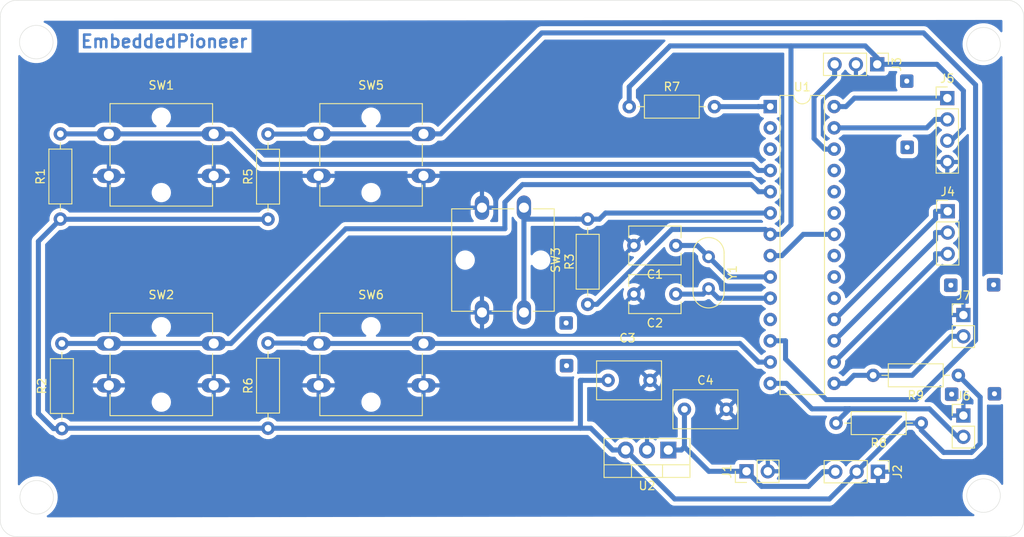
<source format=kicad_pcb>
(kicad_pcb (version 20240108) (generator "pcbnew") (generator_version "8.0")
  (title_block (title "Standing Desk") (date "2024-07-24") (rev "1.0") (company "EmbeddedPioneer"))
  (layers (0 "F.Cu" power) (31 "B.Cu" signal) (34 "B.Paste" user) (35 "F.Paste" user) (36 "B.SilkS" user "B.Silkscreen") (37 "F.SilkS" user "F.Silkscreen") (38 "B.Mask" user) (39 "F.Mask" user) (44 "Edge.Cuts" user))
  (net 0 "")
  (net 1 "GND")
  (net 2 "Net-(U1-XTAL1{slash}PB6)")
  (net 3 "Net-(U1-XTAL2{slash}PB7)")
  (net 4 "+5V")
  (net 5 "+12V")
  (net 6 "Net-(J3-Pin_3)")
  (net 7 "Net-(J4-Pin_3)")
  (net 8 "Net-(J4-Pin_1)")
  (net 9 "Net-(J4-Pin_2)")
  (net 10 "Net-(J5-Pin_2)")
  (net 11 "Net-(J5-Pin_1)")
  (net 12 "Net-(J6-Pin_2)")
  (net 13 "Net-(J7-Pin_2)")
  (net 14 "Net-(U1-PD2)")
  (net 15 "Net-(U1-PD3)")
  (net 16 "Net-(U1-PD4)")
  (net 17 "Net-(U1-PD5)")
  (net 18 "Net-(U1-PD6)")
  (net 19 "Net-(U1-PD7)")
  (net 20 "Net-(U1-~{RESET}{slash}PC6)")
  (net 23 "Net-(U1-GND-Pad22)")
  (footprint "Capacitor_THT:C_Disc_D6.0mm_W4.4mm_P5.00mm" (layer "F.Cu") (at 195.58 83.26 180)
    (property "Reference" "C2" (at 2.5 -3.45 180) (layer "F.SilkS"))
    (property "Value" "22pf")
    (fp_line (start 5.62 0.925) (end 5.62 2.321) (stroke (width 0.12)) (layer "F.SilkS"))
    (fp_line (start 5.62 -2.321) (end 5.62 -0.925) (stroke (width 0.12)) (layer "F.SilkS"))
    (fp_line (start -0.62 2.321) (end 5.62 2.321) (stroke (width 0.12)) (layer "F.SilkS"))
    (fp_line (start -0.62 0.925) (end -0.62 2.321) (stroke (width 0.12)) (layer "F.SilkS"))
    (fp_line (start -0.62 -2.321) (end 5.62 -2.321) (stroke (width 0.12)) (layer "F.SilkS"))
    (fp_line (start -0.62 -2.321) (end -0.62 -0.925) (stroke (width 0.12)) (layer "F.SilkS"))
    (pad "1" thru_hole circle (at 0 0 180) (size 1.6 1.6) (drill 0.8) (layers "*.Cu" "*.Mask") (net 3 "Net-(U1-XTAL2{slash}PB7)"))
    (pad "2" thru_hole circle (at 5 0 180) (size 1.6 1.6) (drill 0.8) (layers "*.Cu" "*.Mask") (net 1 "GND"))
  )
  (footprint "Package_TO_SOT_THT:TO-220-3_Vertical" (layer "F.Cu") (at 194.68 101.86 180)
    (property "Reference" "U2" (at 2.54 -4.27 180) (layer "F.SilkS"))
    (property "Value" "LM7805_TO220")
    (fp_line (start 7.66 -3.27) (end 7.66 1.371) (stroke (width 0.12)) (layer "F.SilkS"))
    (fp_line (start 4.391 -3.27) (end 4.391 -1.76) (stroke (width 0.12)) (layer "F.SilkS"))
    (fp_line (start 0.69 -3.27) (end 0.69 -1.76) (stroke (width 0.12)) (layer "F.SilkS"))
    (fp_line (start -2.58 1.371) (end 7.66 1.371) (stroke (width 0.12)) (layer "F.SilkS"))
    (fp_line (start -2.58 -1.76) (end 7.66 -1.76) (stroke (width 0.12)) (layer "F.SilkS"))
    (fp_line (start -2.58 -3.27) (end 7.66 -3.27) (stroke (width 0.12)) (layer "F.SilkS"))
    (fp_line (start -2.58 -3.27) (end -2.58 1.371) (stroke (width 0.12)) (layer "F.SilkS"))
    (pad "1" thru_hole rect (at 0 0 180) (size 1.905 2) (drill 1.1) (layers "*.Cu" "*.Mask") (net 5 "+12V"))
    (pad "2" thru_hole oval (at 2.54 0 180) (size 1.905 2) (drill 1.1) (layers "*.Cu" "*.Mask") (net 1 "GND"))
    (pad "3" thru_hole oval (at 5.08 0 180) (size 1.905 2) (drill 1.1) (layers "*.Cu" "*.Mask") (net 4 "+5V"))
  )
  (footprint "Resistor_THT:R_Axial_DIN0207_L6.3mm_D2.5mm_P10.16mm_Horizontal" (layer "F.Cu") (at 122.22 74.31 90)
    (property "Reference" "R1" (at 5.08 -2.37 -90) (layer "F.SilkS"))
    (property "Value" "10K")
    (fp_line (start 8.35 -1.37) (end 1.81 -1.37) (stroke (width 0.12)) (layer "F.SilkS"))
    (fp_line (start 1.81 -1.37) (end 1.81 1.37) (stroke (width 0.12)) (layer "F.SilkS"))
    (fp_line (start 9.12 0) (end 8.35 0) (stroke (width 0.12)) (layer "F.SilkS"))
    (fp_line (start 1.04 0) (end 1.81 0) (stroke (width 0.12)) (layer "F.SilkS"))
    (fp_line (start 8.35 1.37) (end 8.35 -1.37) (stroke (width 0.12)) (layer "F.SilkS"))
    (fp_line (start 1.81 1.37) (end 8.35 1.37) (stroke (width 0.12)) (layer "F.SilkS"))
    (pad "1" thru_hole circle (at 0 0 90) (size 1.6 1.6) (drill 0.8) (layers "*.Cu" "*.Mask") (net 4 "+5V"))
    (pad "2" thru_hole oval (at 10.16 0 90) (size 1.6 1.6) (drill 0.8) (layers "*.Cu" "*.Mask") (net 14 "Net-(U1-PD2)"))
  )
  (footprint "Capacitor_THT:C_Disc_D7.5mm_W4.4mm_P5.00mm" (layer "F.Cu") (at 187.5 93.55)
    (property "Reference" "C3" (at 2.31 -5.04 0) (layer "F.SilkS"))
    (property "Value" "220nf")
    (fp_line (start -1.37 -2.321) (end -1.37 2.321) (stroke (width 0.12)) (layer "F.SilkS"))
    (fp_line (start -1.37 -2.321) (end 6.37 -2.321) (stroke (width 0.12)) (layer "F.SilkS"))
    (fp_line (start -1.37 2.321) (end 6.37 2.321) (stroke (width 0.12)) (layer "F.SilkS"))
    (fp_line (start 6.37 -2.321) (end 6.37 2.321) (stroke (width 0.12)) (layer "F.SilkS"))
    (pad "1" thru_hole circle (at 0 0) (size 1.6 1.6) (drill 0.8) (layers "*.Cu" "*.Mask") (net 4 "+5V"))
    (pad "2" thru_hole circle (at 5 0) (size 1.6 1.6) (drill 0.8) (layers "*.Cu" "*.Mask") (net 1 "GND"))
  )
  (footprint "Resistor_THT:R_Axial_DIN0207_L6.3mm_D2.5mm_P10.16mm_Horizontal" (layer "F.Cu") (at 229.25 92.95 180)
    (property "Reference" "R9" (at 5.08 -2.37 180) (layer "F.SilkS"))
    (property "Value" "10K")
    (fp_line (start 9.12 0) (end 8.35 0) (stroke (width 0.12)) (layer "F.SilkS"))
    (fp_line (start 8.35 1.37) (end 8.35 -1.37) (stroke (width 0.12)) (layer "F.SilkS"))
    (fp_line (start 8.35 -1.37) (end 1.81 -1.37) (stroke (width 0.12)) (layer "F.SilkS"))
    (fp_line (start 1.81 1.37) (end 8.35 1.37) (stroke (width 0.12)) (layer "F.SilkS"))
    (fp_line (start 1.81 -1.37) (end 1.81 1.37) (stroke (width 0.12)) (layer "F.SilkS"))
    (fp_line (start 1.04 0) (end 1.81 0) (stroke (width 0.12)) (layer "F.SilkS"))
    (pad "1" thru_hole circle (at 0 0 180) (size 1.6 1.6) (drill 0.8) (layers "*.Cu" "*.Mask") (net 4 "+5V"))
    (pad "2" thru_hole oval (at 10.16 0 180) (size 1.6 1.6) (drill 0.8) (layers "*.Cu" "*.Mask") (net 13 "Net-(J7-Pin_2)"))
  )
  (footprint "Button_Switch_THT:SW_SPST_Omron_B3F-40xx" (layer "F.Cu") (at 177.47 72.95 -90)
    (property "Reference" "SW3" (at 6.25 -3.78 90) (layer "F.SilkS"))
    (property "Value" "SAVE")
    (fp_line (start 12.36 8.61) (end 0.14 8.61) (stroke (width 0.12)) (layer "F.SilkS"))
    (fp_line (start 0.14 6.1) (end 0.14 8.61) (stroke (width 0.12)) (layer "F.SilkS"))
    (fp_line (start 12.36 6.1) (end 12.36 8.61) (stroke (width 0.12)) (layer "F.SilkS"))
    (fp_line (start 0.14 1.2) (end 0.14 3.8) (stroke (width 0.12)) (layer "F.SilkS"))
    (fp_line (start 12.36 1.2) (end 12.36 3.8) (stroke (width 0.12)) (layer "F.SilkS"))
    (fp_line (start 0.14 -3.61) (end 0.14 -1.1) (stroke (width 0.12)) (layer "F.SilkS"))
    (fp_line (start 0.14 -3.61) (end 12.36 -3.61) (stroke (width 0.12)) (layer "F.SilkS"))
    (fp_line (start 12.36 -3.61) (end 12.36 -1.1) (stroke (width 0.12)) (layer "F.SilkS"))
    (pad "" np_thru_hole circle (at 6.25 -2 270) (size 1.8 1.8) (drill 1.8) (layers "F&B.Cu" "*.Mask"))
    (pad "" np_thru_hole circle (at 6.25 7 270) (size 1.8 1.8) (drill 1.8) (layers "F&B.Cu" "*.Mask"))
    (pad "1" thru_hole oval (at 0 0 270) (size 2.9 1.7) (drill 1.2) (layers "*.Cu" "*.Mask") (net 16 "Net-(U1-PD4)"))
    (pad "1" thru_hole oval (at 12.5 0 270) (size 2.9 1.7) (drill 1.2) (layers "*.Cu" "*.Mask") (net 16 "Net-(U1-PD4)"))
    (pad "2" thru_hole oval (at 0 5 270) (size 2.9 1.7) (drill 1.2) (layers "*.Cu" "*.Mask") (net 1 "GND"))
    (pad "2" thru_hole oval (at 12.5 5 270) (size 2.9 1.7) (drill 1.2) (layers "*.Cu" "*.Mask") (net 1 "GND"))
  )
  (footprint "Package_DIP:DIP-28_W7.62mm" (layer "F.Cu") (at 206.83 60.89)
    (property "Reference" "U1" (at 3.81 -2.33 0) (layer "F.SilkS"))
    (property "Value" "ATmega328P")
    (fp_line (start 1.16 -1.33) (end 1.16 34.35) (stroke (width 0.12)) (layer "F.SilkS"))
    (fp_line (start 1.16 34.35) (end 6.46 34.35) (stroke (width 0.12)) (layer "F.SilkS"))
    (fp_line (start 2.81 -1.33) (end 1.16 -1.33) (stroke (width 0.12)) (layer "F.SilkS"))
    (fp_line (start 6.46 -1.33) (end 4.81 -1.33) (stroke (width 0.12)) (layer "F.SilkS"))
    (fp_line (start 6.46 34.35) (end 6.46 -1.33) (stroke (width 0.12)) (layer "F.SilkS"))
    (fp_arc (start 4.81 -1.33) (mid 3.81 -0.33) (end 2.81 -1.33) (stroke (width 0.12)) (layer "F.SilkS"))
    (pad "1" thru_hole rect (at 0 0) (size 1.6 1.6) (drill 0.8) (layers "*.Cu" "*.Mask") (net 20 "Net-(U1-~{RESET}{slash}PC6)"))
    (pad "2" thru_hole oval (at 0 2.54) (size 1.6 1.6) (drill 0.8) (layers "*.Cu" "*.Mask"))
    (pad "3" thru_hole oval (at 0 5.08) (size 1.6 1.6) (drill 0.8) (layers "*.Cu" "*.Mask"))
    (pad "4" thru_hole oval (at 0 7.62) (size 1.6 1.6) (drill 0.8) (layers "*.Cu" "*.Mask") (net 14 "Net-(U1-PD2)"))
    (pad "5" thru_hole oval (at 0 10.16) (size 1.6 1.6) (drill 0.8) (layers "*.Cu" "*.Mask") (net 15 "Net-(U1-PD3)"))
    (pad "6" thru_hole oval (at 0 12.7) (size 1.6 1.6) (drill 0.8) (layers "*.Cu" "*.Mask") (net 16 "Net-(U1-PD4)"))
    (pad "7" thru_hole oval (at 0 15.24) (size 1.6 1.6) (drill 0.8) (layers "*.Cu" "*.Mask") (net 4 "+5V"))
    (pad "8" thru_hole oval (at 0 17.78) (size 1.6 1.6) (drill 0.8) (layers "*.Cu" "*.Mask") (net 23 "Net-(U1-GND-Pad22)"))
    (pad "9" thru_hole oval (at 0 20.32) (size 1.6 1.6) (drill 0.8) (layers "*.Cu" "*.Mask") (net 2 "Net-(U1-XTAL1{slash}PB6)"))
    (pad "10" thru_hole oval (at 0 22.86) (size 1.6 1.6) (drill 0.8) (layers "*.Cu" "*.Mask") (net 3 "Net-(U1-XTAL2{slash}PB7)"))
    (pad "11" thru_hole oval (at 0 25.4) (size 1.6 1.6) (drill 0.8) (layers "*.Cu" "*.Mask") (net 17 "Net-(U1-PD5)"))
    (pad "12" thru_hole oval (at 0 27.94) (size 1.6 1.6) (drill 0.8) (layers "*.Cu" "*.Mask") (net 18 "Net-(U1-PD6)"))
    (pad "13" thru_hole oval (at 0 30.48) (size 1.6 1.6) (drill 0.8) (layers "*.Cu" "*.Mask") (net 19 "Net-(U1-PD7)"))
    (pad "14" thru_hole oval (at 0 33.02) (size 1.6 1.6) (drill 0.8) (layers "*.Cu" "*.Mask") (net 12 "Net-(J6-Pin_2)"))
    (pad "15" thru_hole oval (at 7.62 33.02) (size 1.6 1.6) (drill 0.8) (layers "*.Cu" "*.Mask") (net 13 "Net-(J7-Pin_2)"))
    (pad "16" thru_hole oval (at 7.62 30.48) (size 1.6 1.6) (drill 0.8) (layers "*.Cu" "*.Mask") (net 7 "Net-(J4-Pin_3)"))
    (pad "17" thru_hole oval (at 7.62 27.94) (size 1.6 1.6) (drill 0.8) (layers "*.Cu" "*.Mask") (net 9 "Net-(J4-Pin_2)"))
    (pad "18" thru_hole oval (at 7.62 25.4) (size 1.6 1.6) (drill 0.8) (layers "*.Cu" "*.Mask") (net 8 "Net-(J4-Pin_1)"))
    (pad "19" thru_hole oval (at 7.62 22.86) (size 1.6 1.6) (drill 0.8) (layers "*.Cu" "*.Mask"))
    (pad "20" thru_hole oval (at 7.62 20.32) (size 1.6 1.6) (drill 0.8) (layers "*.Cu" "*.Mask"))
    (pad "21" thru_hole oval (at 7.62 17.78) (size 1.6 1.6) (drill 0.8) (layers "*.Cu" "*.Mask"))
    (pad "22" thru_hole oval (at 7.62 15.24) (size 1.6 1.6) (drill 0.8) (layers "*.Cu" "*.Mask") (net 23 "Net-(U1-GND-Pad22)"))
    (pad "23" thru_hole oval (at 7.62 12.7) (size 1.6 1.6) (drill 0.8) (layers "*.Cu" "*.Mask"))
    (pad "24" thru_hole oval (at 7.62 10.16) (size 1.6 1.6) (drill 0.8) (layers "*.Cu" "*.Mask"))
    (pad "25" thru_hole oval (at 7.62 7.62) (size 1.6 1.6) (drill 0.8) (layers "*.Cu" "*.Mask"))
    (pad "26" thru_hole oval (at 7.62 5.08) (size 1.6 1.6) (drill 0.8) (layers "*.Cu" "*.Mask") (net 6 "Net-(J3-Pin_3)"))
    (pad "27" thru_hole oval (at 7.62 2.54) (size 1.6 1.6) (drill 0.8) (layers "*.Cu" "*.Mask") (net 10 "Net-(J5-Pin_2)"))
    (pad "28" thru_hole oval (at 7.62 0) (size 1.6 1.6) (drill 0.8) (layers "*.Cu" "*.Mask") (net 11 "Net-(J5-Pin_1)"))
  )
  (footprint "" (layer "F.Cu") (at 228.45 95.2 90)
    (property "Reference" "" (at 0 0 90) (layer "F.SilkS") (effects (font (size 1.27 1.27))))
    (property "Value" "")
    (pad "1" thru_hole roundrect (at 0 0 90) (size 1.6 1.6) (drill 0.6) (layers "*.Cu" "*.Mask") (roundrect_rratio 0.15625))
  )
  (footprint "Resistor_THT:R_Axial_DIN0207_L6.3mm_D2.5mm_P10.16mm_Horizontal" (layer "F.Cu") (at 122.4 99.31 90)
    (property "Reference" "R2" (at 5.08 -2.37 -90) (layer "F.SilkS"))
    (property "Value" "10K")
    (fp_line (start 8.35 -1.37) (end 1.81 -1.37) (stroke (width 0.12)) (layer "F.SilkS"))
    (fp_line (start 1.81 -1.37) (end 1.81 1.37) (stroke (width 0.12)) (layer "F.SilkS"))
    (fp_line (start 9.12 0) (end 8.35 0) (stroke (width 0.12)) (layer "F.SilkS"))
    (fp_line (start 1.04 0) (end 1.81 0) (stroke (width 0.12)) (layer "F.SilkS"))
    (fp_line (start 8.35 1.37) (end 8.35 -1.37) (stroke (width 0.12)) (layer "F.SilkS"))
    (fp_line (start 1.81 1.37) (end 8.35 1.37) (stroke (width 0.12)) (layer "F.SilkS"))
    (pad "1" thru_hole circle (at 0 0 90) (size 1.6 1.6) (drill 0.8) (layers "*.Cu" "*.Mask") (net 4 "+5V"))
    (pad "2" thru_hole oval (at 10.16 0 90) (size 1.6 1.6) (drill 0.8) (layers "*.Cu" "*.Mask") (net 15 "Net-(U1-PD3)"))
  )
  (footprint "Connector_PinHeader_2.54mm:PinHeader_1x03_P2.54mm_Vertical" (layer "F.Cu") (at 219.58 55.85 -90)
    (property "Reference" "J3" (at 0 -2.33 90) (layer "F.SilkS"))
    (property "Value" "Optical_EndStop")
    (fp_line (start -1.33 6.41) (end 1.33 6.41) (stroke (width 0.12)) (layer "F.SilkS"))
    (fp_line (start -1.33 1.27) (end -1.33 6.41) (stroke (width 0.12)) (layer "F.SilkS"))
    (fp_line (start -1.33 1.27) (end 1.33 1.27) (stroke (width 0.12)) (layer "F.SilkS"))
    (fp_line (start 1.33 1.27) (end 1.33 6.41) (stroke (width 0.12)) (layer "F.SilkS"))
    (fp_line (start -1.33 0) (end -1.33 -1.33) (stroke (width 0.12)) (layer "F.SilkS"))
    (fp_line (start -1.33 -1.33) (end 0 -1.33) (stroke (width 0.12)) (layer "F.SilkS"))
    (pad "1" thru_hole rect (at 0 0 270) (size 1.7 1.7) (drill 1) (layers "*.Cu" "*.Mask") (net 4 "+5V"))
    (pad "2" thru_hole oval (at 0 2.54 270) (size 1.7 1.7) (drill 1) (layers "*.Cu" "*.Mask") (net 1 "GND"))
    (pad "3" thru_hole oval (at 0 5.08 270) (size 1.7 1.7) (drill 1) (layers "*.Cu" "*.Mask") (net 6 "Net-(J3-Pin_3)"))
  )
  (footprint "Capacitor_THT:C_Disc_D7.5mm_W4.4mm_P5.00mm" (layer "F.Cu") (at 196.6 97)
    (property "Reference" "C4" (at 2.5 -3.45 0) (layer "F.SilkS"))
    (property "Value" "220nf")
    (fp_line (start -1.37 -2.321) (end -1.37 2.321) (stroke (width 0.12)) (layer "F.SilkS"))
    (fp_line (start -1.37 -2.321) (end 6.37 -2.321) (stroke (width 0.12)) (layer "F.SilkS"))
    (fp_line (start -1.37 2.321) (end 6.37 2.321) (stroke (width 0.12)) (layer "F.SilkS"))
    (fp_line (start 6.37 -2.321) (end 6.37 2.321) (stroke (width 0.12)) (layer "F.SilkS"))
    (pad "1" thru_hole circle (at 0 0) (size 1.6 1.6) (drill 0.8) (layers "*.Cu" "*.Mask") (net 5 "+12V"))
    (pad "2" thru_hole circle (at 5 0) (size 1.6 1.6) (drill 0.8) (layers "*.Cu" "*.Mask") (net 1 "GND"))
  )
  (footprint "" (layer "F.Cu") (at 223.15 65.75)
    (property "Reference" "" (at 0 0 0) (layer "F.SilkS") (effects (font (size 1.27 1.27))))
    (property "Value" "")
    (pad "1" thru_hole roundrect (at 0 0) (size 1.6 1.6) (drill 0.6) (layers "*.Cu" "*.Mask") (roundrect_rratio 0.15625))
  )
  (footprint "" (layer "F.Cu") (at 228.35 82.2 90)
    (property "Reference" "" (at 0 0 90) (layer "F.SilkS") (effects (font (size 1.27 1.27))))
    (property "Value" "")
    (pad "1" thru_hole roundrect (at 0 0 90) (size 1.6 1.6) (drill 0.6) (layers "*.Cu" "*.Mask") (roundrect_rratio 0.15625))
  )
  (footprint "Resistor_THT:R_Axial_DIN0207_L6.3mm_D2.5mm_P10.16mm_Horizontal" (layer "F.Cu") (at 224.83 98.65 180)
    (property "Reference" "R8" (at 5.08 -2.37 180) (layer "F.SilkS"))
    (property "Value" "10K")
    (fp_line (start 9.12 0) (end 8.35 0) (stroke (width 0.12)) (layer "F.SilkS"))
    (fp_line (start 8.35 1.37) (end 8.35 -1.37) (stroke (width 0.12)) (layer "F.SilkS"))
    (fp_line (start 8.35 -1.37) (end 1.81 -1.37) (stroke (width 0.12)) (layer "F.SilkS"))
    (fp_line (start 1.81 1.37) (end 8.35 1.37) (stroke (width 0.12)) (layer "F.SilkS"))
    (fp_line (start 1.81 -1.37) (end 1.81 1.37) (stroke (width 0.12)) (layer "F.SilkS"))
    (fp_line (start 1.04 0) (end 1.81 0) (stroke (width 0.12)) (layer "F.SilkS"))
    (pad "1" thru_hole circle (at 0 0 180) (size 1.6 1.6) (drill 0.8) (layers "*.Cu" "*.Mask") (net 4 "+5V"))
    (pad "2" thru_hole oval (at 10.16 0 180) (size 1.6 1.6) (drill 0.8) (layers "*.Cu" "*.Mask") (net 12 "Net-(J6-Pin_2)"))
  )
  (footprint "Button_Switch_THT:SW_SPST_Omron_B3F-40xx" (layer "F.Cu") (at 128 64.15)
    (property "Reference" "SW1" (at 6.25 -5.8 0) (layer "F.SilkS"))
    (property "Value" "UP")
    (fp_line (start 0.14 -3.61) (end 0.14 -1.1) (stroke (width 0.12)) (layer "F.SilkS"))
    (fp_line (start 0.14 -3.61) (end 12.36 -3.61) (stroke (width 0.12)) (layer "F.SilkS"))
    (fp_line (start 0.14 1.2) (end 0.14 3.8) (stroke (width 0.12)) (layer "F.SilkS"))
    (fp_line (start 0.14 6.1) (end 0.14 8.61) (stroke (width 0.12)) (layer "F.SilkS"))
    (fp_line (start 12.36 -3.61) (end 12.36 -1.1) (stroke (width 0.12)) (layer "F.SilkS"))
    (fp_line (start 12.36 1.2) (end 12.36 3.8) (stroke (width 0.12)) (layer "F.SilkS"))
    (fp_line (start 12.36 6.1) (end 12.36 8.61) (stroke (width 0.12)) (layer "F.SilkS"))
    (fp_line (start 12.36 8.61) (end 0.14 8.61) (stroke (width 0.12)) (layer "F.SilkS"))
    (pad "" np_thru_hole circle (at 6.25 -2) (size 1.8 1.8) (drill 1.8) (layers "F&B.Cu" "*.Mask"))
    (pad "" np_thru_hole circle (at 6.25 7) (size 1.8 1.8) (drill 1.8) (layers "F&B.Cu" "*.Mask"))
    (pad "1" thru_hole oval (at 0 0) (size 2.9 1.7) (drill 1.2) (layers "*.Cu" "*.Mask") (net 14 "Net-(U1-PD2)"))
    (pad "1" thru_hole oval (at 12.5 0) (size 2.9 1.7) (drill 1.2) (layers "*.Cu" "*.Mask") (net 14 "Net-(U1-PD2)"))
    (pad "2" thru_hole oval (at 0 5) (size 2.9 1.7) (drill 1.2) (layers "*.Cu" "*.Mask") (net 1 "GND"))
    (pad "2" thru_hole oval (at 12.5 5) (size 2.9 1.7) (drill 1.2) (layers "*.Cu" "*.Mask") (net 1 "GND"))
  )
  (footprint "Resistor_THT:R_Axial_DIN0207_L6.3mm_D2.5mm_P10.16mm_Horizontal" (layer "F.Cu") (at 185.07 84.48 90)
    (property "Reference" "R3" (at 5.08 -2.17 -90) (layer "F.SilkS"))
    (property "Value" "10K")
    (fp_line (start 8.35 -1.37) (end 1.81 -1.37) (stroke (width 0.12)) (layer "F.SilkS"))
    (fp_line (start 1.81 -1.37) (end 1.81 1.37) (stroke (width 0.12)) (layer "F.SilkS"))
    (fp_line (start 9.12 0) (end 8.35 0) (stroke (width 0.12)) (layer "F.SilkS"))
    (fp_line (start 1.04 0) (end 1.81 0) (stroke (width 0.12)) (layer "F.SilkS"))
    (fp_line (start 8.35 1.37) (end 8.35 -1.37) (stroke (width 0.12)) (layer "F.SilkS"))
    (fp_line (start 1.81 1.37) (end 8.35 1.37) (stroke (width 0.12)) (layer "F.SilkS"))
    (pad "1" thru_hole circle (at 0 0 90) (size 1.6 1.6) (drill 0.8) (layers "*.Cu" "*.Mask") (net 4 "+5V"))
    (pad "2" thru_hole oval (at 10.16 0 90) (size 1.6 1.6) (drill 0.8) (layers "*.Cu" "*.Mask") (net 16 "Net-(U1-PD4)"))
  )
  (footprint "Button_Switch_THT:SW_SPST_Omron_B3F-40xx" (layer "F.Cu") (at 153 89.15)
    (property "Reference" "SW6" (at 6.25 -5.8 0) (layer "F.SilkS"))
    (property "Value" "Home")
    (fp_line (start 0.14 -3.61) (end 0.14 -1.1) (stroke (width 0.12)) (layer "F.SilkS"))
    (fp_line (start 0.14 -3.61) (end 12.36 -3.61) (stroke (width 0.12)) (layer "F.SilkS"))
    (fp_line (start 0.14 1.2) (end 0.14 3.8) (stroke (width 0.12)) (layer "F.SilkS"))
    (fp_line (start 0.14 6.1) (end 0.14 8.61) (stroke (width 0.12)) (layer "F.SilkS"))
    (fp_line (start 12.36 -3.61) (end 12.36 -1.1) (stroke (width 0.12)) (layer "F.SilkS"))
    (fp_line (start 12.36 1.2) (end 12.36 3.8) (stroke (width 0.12)) (layer "F.SilkS"))
    (fp_line (start 12.36 6.1) (end 12.36 8.61) (stroke (width 0.12)) (layer "F.SilkS"))
    (fp_line (start 12.36 8.61) (end 0.14 8.61) (stroke (width 0.12)) (layer "F.SilkS"))
    (pad "" np_thru_hole circle (at 6.25 -2) (size 1.8 1.8) (drill 1.8) (layers "F&B.Cu" "*.Mask"))
    (pad "" np_thru_hole circle (at 6.25 7) (size 1.8 1.8) (drill 1.8) (layers "F&B.Cu" "*.Mask"))
    (pad "1" thru_hole oval (at 0 0) (size 2.9 1.7) (drill 1.2) (layers "*.Cu" "*.Mask") (net 19 "Net-(U1-PD7)"))
    (pad "1" thru_hole oval (at 12.5 0) (size 2.9 1.7) (drill 1.2) (layers "*.Cu" "*.Mask") (net 19 "Net-(U1-PD7)"))
    (pad "2" thru_hole oval (at 0 5) (size 2.9 1.7) (drill 1.2) (layers "*.Cu" "*.Mask") (net 1 "GND"))
    (pad "2" thru_hole oval (at 12.5 5) (size 2.9 1.7) (drill 1.2) (layers "*.Cu" "*.Mask") (net 1 "GND"))
  )
  (footprint "Crystal:Crystal_HC52-U_Vertical" (layer "F.Cu") (at 199.48 78.81 -90)
    (property "Reference" "Y1" (at 1.9 -2.85 90) (layer "F.SilkS"))
    (property "Value" "Crystal")
    (fp_line (start -0.45 1.85) (end 4.25 1.85) (stroke (width 0.12)) (layer "F.SilkS"))
    (fp_line (start -0.45 -1.85) (end 4.25 -1.85) (stroke (width 0.12)) (layer "F.SilkS"))
    (fp_arc (start -0.45 1.85) (mid -2.3 0) (end -0.45 -1.85) (stroke (width 0.12)) (layer "F.SilkS"))
    (fp_arc (start 4.25 -1.85) (mid 6.1 0) (end 4.25 1.85) (stroke (width 0.12)) (layer "F.SilkS"))
    (pad "1" thru_hole circle (at 0 0 270) (size 1.5 1.5) (drill 0.8) (layers "*.Cu" "*.Mask") (net 2 "Net-(U1-XTAL1{slash}PB6)"))
    (pad "2" thru_hole circle (at 3.8 0 270) (size 1.5 1.5) (drill 0.8) (layers "*.Cu" "*.Mask") (net 3 "Net-(U1-XTAL2{slash}PB7)"))
  )
  (footprint "Button_Switch_THT:SW_SPST_Omron_B3F-40xx" (layer "F.Cu") (at 153 64.15)
    (property "Reference" "SW5" (at 6.25 -5.8 0) (layer "F.SilkS"))
    (property "Value" "Mode")
    (fp_line (start 0.14 -3.61) (end 0.14 -1.1) (stroke (width 0.12)) (layer "F.SilkS"))
    (fp_line (start 0.14 -3.61) (end 12.36 -3.61) (stroke (width 0.12)) (layer "F.SilkS"))
    (fp_line (start 0.14 1.2) (end 0.14 3.8) (stroke (width 0.12)) (layer "F.SilkS"))
    (fp_line (start 0.14 6.1) (end 0.14 8.61) (stroke (width 0.12)) (layer "F.SilkS"))
    (fp_line (start 12.36 -3.61) (end 12.36 -1.1) (stroke (width 0.12)) (layer "F.SilkS"))
    (fp_line (start 12.36 1.2) (end 12.36 3.8) (stroke (width 0.12)) (layer "F.SilkS"))
    (fp_line (start 12.36 6.1) (end 12.36 8.61) (stroke (width 0.12)) (layer "F.SilkS"))
    (fp_line (start 12.36 8.61) (end 0.14 8.61) (stroke (width 0.12)) (layer "F.SilkS"))
    (pad "" np_thru_hole circle (at 6.25 -2) (size 1.8 1.8) (drill 1.8) (layers "F&B.Cu" "*.Mask"))
    (pad "" np_thru_hole circle (at 6.25 7) (size 1.8 1.8) (drill 1.8) (layers "F&B.Cu" "*.Mask"))
    (pad "1" thru_hole oval (at 0 0) (size 2.9 1.7) (drill 1.2) (layers "*.Cu" "*.Mask") (net 18 "Net-(U1-PD6)"))
    (pad "1" thru_hole oval (at 12.5 0) (size 2.9 1.7) (drill 1.2) (layers "*.Cu" "*.Mask") (net 18 "Net-(U1-PD6)"))
    (pad "2" thru_hole oval (at 0 5) (size 2.9 1.7) (drill 1.2) (layers "*.Cu" "*.Mask") (net 1 "GND"))
    (pad "2" thru_hole oval (at 12.5 5) (size 2.9 1.7) (drill 1.2) (layers "*.Cu" "*.Mask") (net 1 "GND"))
  )
  (footprint "" (layer "F.Cu") (at 233.55 95.15 90)
    (property "Reference" "" (at 0 0 90) (layer "F.SilkS") (effects (font (size 1.27 1.27))))
    (property "Value" "")
    (pad "1" thru_hole roundrect (at 0 0 90) (size 1.6 1.6) (drill 0.6) (layers "*.Cu" "*.Mask") (roundrect_rratio 0.15625))
  )
  (footprint "Connector_PinHeader_2.54mm:PinHeader_1x02_P2.54mm_Vertical" (layer "F.Cu") (at 229.85 85.76)
    (property "Reference" "J7" (at 0 -2.33 0) (layer "F.SilkS"))
    (property "Value" "END_STOP_MAX")
    (fp_line (start -1.33 -1.33) (end 0 -1.33) (stroke (width 0.12)) (layer "F.SilkS"))
    (fp_line (start -1.33 0) (end -1.33 -1.33) (stroke (width 0.12)) (layer "F.SilkS"))
    (fp_line (start -1.33 1.27) (end -1.33 3.87) (stroke (width 0.12)) (layer "F.SilkS"))
    (fp_line (start -1.33 1.27) (end 1.33 1.27) (stroke (width 0.12)) (layer "F.SilkS"))
    (fp_line (start -1.33 3.87) (end 1.33 3.87) (stroke (width 0.12)) (layer "F.SilkS"))
    (fp_line (start 1.33 1.27) (end 1.33 3.87) (stroke (width 0.12)) (layer "F.SilkS"))
    (pad "1" thru_hole rect (at 0 0) (size 1.7 1.7) (drill 1) (layers "*.Cu" "*.Mask") (net 1 "GND"))
    (pad "2" thru_hole oval (at 0 2.54) (size 1.7 1.7) (drill 1) (layers "*.Cu" "*.Mask") (net 13 "Net-(J7-Pin_2)"))
  )
  (footprint "Connector_PinHeader_2.54mm:PinHeader_1x02_P2.54mm_Vertical" (layer "F.Cu") (at 204 104.4 90)
    (property "Reference" "J1" (at 0 -2.33 -90) (layer "F.SilkS"))
    (property "Value" "POWER_IN")
    (fp_line (start -1.33 -1.33) (end 0 -1.33) (stroke (width 0.12)) (layer "F.SilkS"))
    (fp_line (start -1.33 0) (end -1.33 -1.33) (stroke (width 0.12)) (layer "F.SilkS"))
    (fp_line (start 1.33 1.27) (end 1.33 3.87) (stroke (width 0.12)) (layer "F.SilkS"))
    (fp_line (start -1.33 1.27) (end 1.33 1.27) (stroke (width 0.12)) (layer "F.SilkS"))
    (fp_line (start -1.33 1.27) (end -1.33 3.87) (stroke (width 0.12)) (layer "F.SilkS"))
    (fp_line (start -1.33 3.87) (end 1.33 3.87) (stroke (width 0.12)) (layer "F.SilkS"))
    (pad "1" thru_hole rect (at 0 0 90) (size 1.7 1.7) (drill 1) (layers "*.Cu" "*.Mask") (net 5 "+12V"))
    (pad "2" thru_hole oval (at 0 2.54 90) (size 1.7 1.7) (drill 1) (layers "*.Cu" "*.Mask") (net 1 "GND"))
  )
  (footprint "Resistor_THT:R_Axial_DIN0207_L6.3mm_D2.5mm_P10.16mm_Horizontal" (layer "F.Cu") (at 190.02 60.9)
    (property "Reference" "R7" (at 5.08 -2.37 0) (layer "F.SilkS"))
    (property "Value" "10K")
    (fp_line (start 1.04 0) (end 1.81 0) (stroke (width 0.12)) (layer "F.SilkS"))
    (fp_line (start 1.81 -1.37) (end 1.81 1.37) (stroke (width 0.12)) (layer "F.SilkS"))
    (fp_line (start 1.81 1.37) (end 8.35 1.37) (stroke (width 0.12)) (layer "F.SilkS"))
    (fp_line (start 8.35 -1.37) (end 1.81 -1.37) (stroke (width 0.12)) (layer "F.SilkS"))
    (fp_line (start 8.35 1.37) (end 8.35 -1.37) (stroke (width 0.12)) (layer "F.SilkS"))
    (fp_line (start 9.12 0) (end 8.35 0) (stroke (width 0.12)) (layer "F.SilkS"))
    (pad "1" thru_hole circle (at 0 0) (size 1.6 1.6) (drill 0.8) (layers "*.Cu" "*.Mask") (net 4 "+5V"))
    (pad "2" thru_hole oval (at 10.16 0) (size 1.6 1.6) (drill 0.8) (layers "*.Cu" "*.Mask") (net 20 "Net-(U1-~{RESET}{slash}PC6)"))
  )
  (footprint "Connector_PinHeader_2.54mm:PinHeader_1x04_P2.54mm_Vertical" (layer "F.Cu") (at 227.93 59.88)
    (property "Reference" "J5" (at 0 -2.33 0) (layer "F.SilkS"))
    (property "Value" "LCD_Connector")
    (fp_line (start -1.33 -1.33) (end 0 -1.33) (stroke (width 0.12)) (layer "F.SilkS"))
    (fp_line (start -1.33 0) (end -1.33 -1.33) (stroke (width 0.12)) (layer "F.SilkS"))
    (fp_line (start -1.33 1.27) (end -1.33 8.95) (stroke (width 0.12)) (layer "F.SilkS"))
    (fp_line (start -1.33 1.27) (end 1.33 1.27) (stroke (width 0.12)) (layer "F.SilkS"))
    (fp_line (start -1.33 8.95) (end 1.33 8.95) (stroke (width 0.12)) (layer "F.SilkS"))
    (fp_line (start 1.33 1.27) (end 1.33 8.95) (stroke (width 0.12)) (layer "F.SilkS"))
    (pad "1" thru_hole rect (at 0 0) (size 1.7 1.7) (drill 1) (layers "*.Cu" "*.Mask") (net 11 "Net-(J5-Pin_1)"))
    (pad "2" thru_hole oval (at 0 2.54) (size 1.7 1.7) (drill 1) (layers "*.Cu" "*.Mask") (net 10 "Net-(J5-Pin_2)"))
    (pad "3" thru_hole oval (at 0 5.08) (size 1.7 1.7) (drill 1) (layers "*.Cu" "*.Mask") (net 4 "+5V"))
    (pad "4" thru_hole oval (at 0 7.62) (size 1.7 1.7) (drill 1) (layers "*.Cu" "*.Mask") (net 1 "GND"))
  )
  (footprint "Connector_PinHeader_2.54mm:PinHeader_1x03_P2.54mm_Vertical" (layer "F.Cu") (at 219.665 104.45 -90)
    (property "Reference" "J2" (at 0 -2.33 90) (layer "F.SilkS"))
    (property "Value" "Driver_POWER")
    (fp_line (start -1.33 6.41) (end 1.33 6.41) (stroke (width 0.12)) (layer "F.SilkS"))
    (fp_line (start -1.33 1.27) (end -1.33 6.41) (stroke (width 0.12)) (layer "F.SilkS"))
    (fp_line (start -1.33 1.27) (end 1.33 1.27) (stroke (width 0.12)) (layer "F.SilkS"))
    (fp_line (start 1.33 1.27) (end 1.33 6.41) (stroke (width 0.12)) (layer "F.SilkS"))
    (fp_line (start -1.33 0) (end -1.33 -1.33) (stroke (width 0.12)) (layer "F.SilkS"))
    (fp_line (start -1.33 -1.33) (end 0 -1.33) (stroke (width 0.12)) (layer "F.SilkS"))
    (pad "1" thru_hole rect (at 0 0 270) (size 1.7 1.7) (drill 1) (layers "*.Cu" "*.Mask") (net 1 "GND"))
    (pad "2" thru_hole oval (at 0 2.54 270) (size 1.7 1.7) (drill 1) (layers "*.Cu" "*.Mask") (net 4 "+5V"))
    (pad "3" thru_hole oval (at 0 5.08 270) (size 1.7 1.7) (drill 1) (layers "*.Cu" "*.Mask") (net 5 "+12V"))
  )
  (footprint "Capacitor_THT:C_Disc_D6.0mm_W4.4mm_P5.00mm" (layer "F.Cu") (at 195.58 77.46 180)
    (property "Reference" "C1" (at 2.5 -3.45 180) (layer "F.SilkS"))
    (property "Value" "22pf")
    (fp_line (start 5.62 0.925) (end 5.62 2.321) (stroke (width 0.12)) (layer "F.SilkS"))
    (fp_line (start 5.62 -2.321) (end 5.62 -0.925) (stroke (width 0.12)) (layer "F.SilkS"))
    (fp_line (start -0.62 2.321) (end 5.62 2.321) (stroke (width 0.12)) (layer "F.SilkS"))
    (fp_line (start -0.62 0.925) (end -0.62 2.321) (stroke (width 0.12)) (layer "F.SilkS"))
    (fp_line (start -0.62 -2.321) (end 5.62 -2.321) (stroke (width 0.12)) (layer "F.SilkS"))
    (fp_line (start -0.62 -2.321) (end -0.62 -0.925) (stroke (width 0.12)) (layer "F.SilkS"))
    (pad "1" thru_hole circle (at 0 0 180) (size 1.6 1.6) (drill 0.8) (layers "*.Cu" "*.Mask") (net 2 "Net-(U1-XTAL1{slash}PB6)"))
    (pad "2" thru_hole circle (at 5 0 180) (size 1.6 1.6) (drill 0.8) (layers "*.Cu" "*.Mask") (net 1 "GND"))
  )
  (footprint "" (layer "F.Cu") (at 233.45 82.15 90)
    (property "Reference" "" (at 0 0 90) (layer "F.SilkS") (effects (font (size 1.27 1.27))))
    (property "Value" "")
    (pad "1" thru_hole roundrect (at 0 0 90) (size 1.6 1.6) (drill 0.6) (layers "*.Cu" "*.Mask") (roundrect_rratio 0.15625))
  )
  (footprint "" (layer "F.Cu") (at 223.1 57.85)
    (property "Reference" "" (at 0 0 0) (layer "F.SilkS") (effects (font (size 1.27 1.27))))
    (property "Value" "")
    (pad "1" thru_hole roundrect (at 0 0) (size 1.6 1.6) (drill 0.6) (layers "*.Cu" "*.Mask") (roundrect_rratio 0.15625))
  )
  (footprint "Resistor_THT:R_Axial_DIN0207_L6.3mm_D2.5mm_P10.16mm_Horizontal" (layer "F.Cu") (at 146.97 99.26 90)
    (property "Reference" "R6" (at 5.08 -2.37 -90) (layer "F.SilkS"))
    (property "Value" "10K")
    (fp_line (start 8.35 -1.37) (end 1.81 -1.37) (stroke (width 0.12)) (layer "F.SilkS"))
    (fp_line (start 1.81 -1.37) (end 1.81 1.37) (stroke (width 0.12)) (layer "F.SilkS"))
    (fp_line (start 9.12 0) (end 8.35 0) (stroke (width 0.12)) (layer "F.SilkS"))
    (fp_line (start 1.04 0) (end 1.81 0) (stroke (width 0.12)) (layer "F.SilkS"))
    (fp_line (start 8.35 1.37) (end 8.35 -1.37) (stroke (width 0.12)) (layer "F.SilkS"))
    (fp_line (start 1.81 1.37) (end 8.35 1.37) (stroke (width 0.12)) (layer "F.SilkS"))
    (pad "1" thru_hole circle (at 0 0 90) (size 1.6 1.6) (drill 0.8) (layers "*.Cu" "*.Mask") (net 4 "+5V"))
    (pad "2" thru_hole oval (at 10.16 0 90) (size 1.6 1.6) (drill 0.8) (layers "*.Cu" "*.Mask") (net 19 "Net-(U1-PD7)"))
  )
  (footprint "" (layer "F.Cu") (at 182.5 86.7)
    (property "Reference" "" (at 0 0 0) (layer "F.SilkS") (effects (font (size 1.27 1.27))))
    (property "Value" "")
    (pad "1" thru_hole roundrect (at 0 0) (size 1.6 1.6) (drill 0.6) (layers "*.Cu" "*.Mask") (roundrect_rratio 0.15625))
  )
  (footprint "Connector_PinHeader_2.54mm:PinHeader_1x02_P2.54mm_Vertical" (layer "F.Cu") (at 229.85 97.75)
    (property "Reference" "J6" (at 0 -2.33 0) (layer "F.SilkS"))
    (property "Value" "END_STOP_MIN")
    (fp_line (start -1.33 -1.33) (end 0 -1.33) (stroke (width 0.12)) (layer "F.SilkS"))
    (fp_line (start -1.33 0) (end -1.33 -1.33) (stroke (width 0.12)) (layer "F.SilkS"))
    (fp_line (start -1.33 1.27) (end -1.33 3.87) (stroke (width 0.12)) (layer "F.SilkS"))
    (fp_line (start -1.33 1.27) (end 1.33 1.27) (stroke (width 0.12)) (layer "F.SilkS"))
    (fp_line (start -1.33 3.87) (end 1.33 3.87) (stroke (width 0.12)) (layer "F.SilkS"))
    (fp_line (start 1.33 1.27) (end 1.33 3.87) (stroke (width 0.12)) (layer "F.SilkS"))
    (pad "1" thru_hole rect (at 0 0) (size 1.7 1.7) (drill 1) (layers "*.Cu" "*.Mask") (net 1 "GND"))
    (pad "2" thru_hole oval (at 0 2.54) (size 1.7 1.7) (drill 1) (layers "*.Cu" "*.Mask") (net 12 "Net-(J6-Pin_2)"))
  )
  (footprint "Connector_PinHeader_2.54mm:PinHeader_1x03_P2.54mm_Vertical" (layer "F.Cu") (at 227.98 73.38)
    (property "Reference" "J4" (at 0 -2.33 0) (layer "F.SilkS"))
    (property "Value" "Driver_DATA")
    (fp_line (start -1.33 -1.33) (end 0 -1.33) (stroke (width 0.12)) (layer "F.SilkS"))
    (fp_line (start -1.33 0) (end -1.33 -1.33) (stroke (width 0.12)) (layer "F.SilkS"))
    (fp_line (start -1.33 1.27) (end -1.33 6.41) (stroke (width 0.12)) (layer "F.SilkS"))
    (fp_line (start -1.33 1.27) (end 1.33 1.27) (stroke (width 0.12)) (layer "F.SilkS"))
    (fp_line (start -1.33 6.41) (end 1.33 6.41) (stroke (width 0.12)) (layer "F.SilkS"))
    (fp_line (start 1.33 1.27) (end 1.33 6.41) (stroke (width 0.12)) (layer "F.SilkS"))
    (pad "1" thru_hole rect (at 0 0) (size 1.7 1.7) (drill 1) (layers "*.Cu" "*.Mask") (net 8 "Net-(J4-Pin_1)"))
    (pad "2" thru_hole oval (at 0 2.54) (size 1.7 1.7) (drill 1) (layers "*.Cu" "*.Mask") (net 9 "Net-(J4-Pin_2)"))
    (pad "3" thru_hole oval (at 0 5.08) (size 1.7 1.7) (drill 1) (layers "*.Cu" "*.Mask") (net 7 "Net-(J4-Pin_3)"))
  )
  (footprint "Button_Switch_THT:SW_SPST_Omron_B3F-40xx" (layer "F.Cu") (at 128 89.15)
    (property "Reference" "SW2" (at 6.25 -5.8 0) (layer "F.SilkS"))
    (property "Value" "DOWN")
    (fp_line (start 0.14 -3.61) (end 0.14 -1.1) (stroke (width 0.12)) (layer "F.SilkS"))
    (fp_line (start 0.14 -3.61) (end 12.36 -3.61) (stroke (width 0.12)) (layer "F.SilkS"))
    (fp_line (start 0.14 1.2) (end 0.14 3.8) (stroke (width 0.12)) (layer "F.SilkS"))
    (fp_line (start 0.14 6.1) (end 0.14 8.61) (stroke (width 0.12)) (layer "F.SilkS"))
    (fp_line (start 12.36 -3.61) (end 12.36 -1.1) (stroke (width 0.12)) (layer "F.SilkS"))
    (fp_line (start 12.36 1.2) (end 12.36 3.8) (stroke (width 0.12)) (layer "F.SilkS"))
    (fp_line (start 12.36 6.1) (end 12.36 8.61) (stroke (width 0.12)) (layer "F.SilkS"))
    (fp_line (start 12.36 8.61) (end 0.14 8.61) (stroke (width 0.12)) (layer "F.SilkS"))
    (pad "" np_thru_hole circle (at 6.25 -2) (size 1.8 1.8) (drill 1.8) (layers "F&B.Cu" "*.Mask"))
    (pad "" np_thru_hole circle (at 6.25 7) (size 1.8 1.8) (drill 1.8) (layers "F&B.Cu" "*.Mask"))
    (pad "1" thru_hole oval (at 0 0) (size 2.9 1.7) (drill 1.2) (layers "*.Cu" "*.Mask") (net 15 "Net-(U1-PD3)"))
    (pad "1" thru_hole oval (at 12.5 0) (size 2.9 1.7) (drill 1.2) (layers "*.Cu" "*.Mask") (net 15 "Net-(U1-PD3)"))
    (pad "2" thru_hole oval (at 0 5) (size 2.9 1.7) (drill 1.2) (layers "*.Cu" "*.Mask") (net 1 "GND"))
    (pad "2" thru_hole oval (at 12.5 5) (size 2.9 1.7) (drill 1.2) (layers "*.Cu" "*.Mask") (net 1 "GND"))
  )
  (footprint "" (layer "F.Cu") (at 182.55 91.8)
    (property "Reference" "" (at 0 0 0) (layer "F.SilkS") (effects (font (size 1.27 1.27))))
    (property "Value" "")
    (pad "1" thru_hole roundrect (at 0 0) (size 1.6 1.6) (drill 0.6) (layers "*.Cu" "*.Mask") (roundrect_rratio 0.15625))
  )
  (footprint "Resistor_THT:R_Axial_DIN0207_L6.3mm_D2.5mm_P10.16mm_Horizontal" (layer "F.Cu") (at 146.97 74.33 90)
    (property "Reference" "R5" (at 5.08 -2.37 -90) (layer "F.SilkS"))
    (property "Value" "10K")
    (fp_line (start 8.35 -1.37) (end 1.81 -1.37) (stroke (width 0.12)) (layer "F.SilkS"))
    (fp_line (start 1.81 -1.37) (end 1.81 1.37) (stroke (width 0.12)) (layer "F.SilkS"))
    (fp_line (start 9.12 0) (end 8.35 0) (stroke (width 0.12)) (layer "F.SilkS"))
    (fp_line (start 1.04 0) (end 1.81 0) (stroke (width 0.12)) (layer "F.SilkS"))
    (fp_line (start 8.35 1.37) (end 8.35 -1.37) (stroke (width 0.12)) (layer "F.SilkS"))
    (fp_line (start 1.81 1.37) (end 8.35 1.37) (stroke (width 0.12)) (layer "F.SilkS"))
    (pad "1" thru_hole circle (at 0 0 90) (size 1.6 1.6) (drill 0.8) (layers "*.Cu" "*.Mask") (net 4 "+5V"))
    (pad "2" thru_hole oval (at 10.16 0 90) (size 1.6 1.6) (drill 0.8) (layers "*.Cu" "*.Mask") (net 18 "Net-(U1-PD6)"))
  )
  (gr_arc (start 237.05 110.2) (mid 236.464214 111.614214) (end 235.05 112.2) (stroke (width 0.05)) (layer "Edge.Cuts"))
  (gr_circle (center 232.25 107.3) (end 234.25 107.3) (stroke (width 0.05)) (fill none) (layer "Edge.Cuts"))
  (gr_line (start 235.05 112.2) (end 117.05 112.2) (stroke (width 0.05)) (layer "Edge.Cuts"))
  (gr_arc (start 115.05 50.2) (mid 115.635786 48.785786) (end 117.05 48.2) (stroke (width 0.05)) (layer "Edge.Cuts"))
  (gr_line (start 117.05 48.2) (end 235.05 48.2) (stroke (width 0.05)) (layer "Edge.Cuts"))
  (gr_circle (center 119.4 107.5) (end 121.4 107.5) (stroke (width 0.05)) (fill none) (layer "Edge.Cuts"))
  (gr_arc (start 235.05 48.2) (mid 236.464214 48.785786) (end 237.05 50.2) (stroke (width 0.05)) (layer "Edge.Cuts"))
  (gr_arc (start 117.05 112.2) (mid 115.635786 111.614214) (end 115.05 110.2) (stroke (width 0.05)) (layer "Edge.Cuts"))
  (gr_line (start 115.05 110.2) (end 115.05 50.2) (stroke (width 0.05)) (layer "Edge.Cuts"))
  (gr_circle (center 232.25 53.45) (end 234.25 53.45) (stroke (width 0.05)) (fill none) (layer "Edge.Cuts"))
  (gr_circle (center 119.35 53.2) (end 121.35 53.2) (stroke (width 0.05)) (fill none) (layer "Edge.Cuts"))
  (gr_line (start 237.05 50.2) (end 237.05 110.2) (stroke (width 0.05)) (layer "Edge.Cuts"))
  (gr_text "EmbeddedPioneer" (at 124.5 54 0) (layer "B.Cu") (effects (font (size 1.5 1.5) (thickness 0.3) (bold yes)) (justify left bottom)))
  (segment (start 201.88 81.21) (end 199.48 78.81) (width 0.6) (layer "B.Cu") (net 2))
  (segment (start 198.13 77.46) (end 199.48 78.81) (width 0.6) (layer "B.Cu") (net 2))
  (segment (start 195.58 77.46) (end 198.13 77.46) (width 0.6) (layer "B.Cu") (net 2))
  (segment (start 206.83 81.21) (end 201.88 81.21) (width 0.6) (layer "B.Cu") (net 2))
  (segment (start 206.83 83.75) (end 200.62 83.75) (width 0.6) (layer "B.Cu") (net 3))
  (segment (start 198.83 83.26) (end 199.48 82.61) (width 0.6) (layer "B.Cu") (net 3))
  (segment (start 195.58 83.26) (end 198.83 83.26) (width 0.6) (layer "B.Cu") (net 3))
  (segment (start 200.62 83.75) (end 199.48 82.61) (width 0.6) (layer "B.Cu") (net 3))
  (segment (start 122.22 74.31) (end 122.24 74.33) (width 0.6) (layer "B.Cu") (net 4))
  (segment (start 229.85 63.5) (end 228.39 64.96) (width 0.6) (layer "B.Cu") (net 4))
  (segment (start 206.25 75.55) (end 195.1 75.55) (width 0.6) (layer "B.Cu") (net 4))
  (segment (start 122.45 99.26) (end 146.97 99.26) (width 0.6) (layer "B.Cu") (net 4))
  (segment (start 194.9 53.65) (end 209.3 53.65) (width 0.6) (layer "B.Cu") (net 4))
  (segment (start 229.85 59) (end 229.85 63.5) (width 0.6) (layer "B.Cu") (net 4))
  (segment (start 122.4 99.31) (end 122.45 99.26) (width 0.6) (layer "B.Cu") (net 4))
  (segment (start 231.85 101.1) (end 230.8 102.15) (width 0.6) (layer "B.Cu") (net 4))
  (segment (start 122.24 74.33) (end 146.97 74.33) (width 0.6) (layer "B.Cu") (net 4))
  (segment (start 190.02 58.53) (end 194.9 53.65) (width 0.6) (layer "B.Cu") (net 4))
  (segment (start 119.6 97.5) (end 121.41 99.31) (width 0.6) (layer "B.Cu") (net 4))
  (segment (start 222.925 98.65) (end 217.125 104.45) (width 0.6) (layer "B.Cu") (net 4))
  (segment (start 226.7 55.85) (end 229.85 59) (width 0.6) (layer "B.Cu") (net 4))
  (segment (start 230.8 102.15) (end 227.5 102.15) (width 0.6) (layer "B.Cu") (net 4))
  (segment (start 185.4475 99.26) (end 188.0475 101.86) (width 0.6) (layer "B.Cu") (net 4))
  (segment (start 186.17 84.48) (end 185.07 84.48) (width 0.6) (layer "B.Cu") (net 4))
  (segment (start 146.97 99.26) (end 184.2 99.26) (width 0.6) (layer "B.Cu") (net 4))
  (segment (start 208.17 76.13) (end 209.3 75) (width 0.6) (layer "B.Cu") (net 4))
  (segment (start 209.3 53.65) (end 218.15 53.65) (width 0.6) (layer "B.Cu") (net 4))
  (segment (start 224.83 98.65) (end 222.925 98.65) (width 0.6) (layer "B.Cu") (net 4))
  (segment (start 184.2 93.55) (end 184.2 99.26) (width 0.6) (layer "B.Cu") (net 4))
  (segment (start 231.85 95.55) (end 231.85 101.1) (width 0.6) (layer "B.Cu") (net 4))
  (segment (start 184.2 99.26) (end 185.4475 99.26) (width 0.6) (layer "B.Cu") (net 4))
  (segment (start 209.3 54.4454) (end 209.3 53.65) (width 0.6) (layer "B.Cu") (net 4))
  (segment (start 224.83 99.48) (end 224.83 98.65) (width 0.6) (layer "B.Cu") (net 4))
  (segment (start 219.58 55.85) (end 226.7 55.85) (width 0.6) (layer "B.Cu") (net 4))
  (segment (start 195.1 75.55) (end 186.17 84.48) (width 0.6) (layer "B.Cu") (net 4))
  (segment (start 227.5 102.15) (end 224.83 99.48) (width 0.6) (layer "B.Cu") (net 4))
  (segment (start 184.45 93.55) (end 184.2 93.55) (width 0.6) (layer "B.Cu") (net 4))
  (segment (start 206.83 76.13) (end 206.25 75.55) (width 0.6) (layer "B.Cu") (net 4))
  (segment (start 189.6 101.86) (end 188.0475 101.86) (width 0.6) (layer "B.Cu") (net 4))
  (segment (start 122.24 74.33) (end 119.6 76.97) (width 0.6) (layer "B.Cu") (net 4))
  (segment (start 121.41 99.31) (end 122.4 99.31) (width 0.6) (layer "B.Cu") (net 4))
  (segment (start 219.58 55.08) (end 219.58 55.85) (width 0.6) (layer "B.Cu") (net 4))
  (segment (start 206.83 76.13) (end 208.17 76.13) (width 0.6) (layer "B.Cu") (net 4))
  (segment (start 119.6 76.97) (end 119.6 97.5) (width 0.6) (layer "B.Cu") (net 4))
  (segment (start 190.02 60.9) (end 190.02 58.53) (width 0.6) (layer "B.Cu") (net 4))
  (segment (start 218.15 53.65) (end 219.58 55.08) (width 0.6) (layer "B.Cu") (net 4))
  (segment (start 217.125 104.45) (end 213.875 107.7) (width 0.6) (layer "B.Cu") (net 4))
  (segment (start 213.875 107.7) (end 195.44 107.7) (width 0.6) (layer "B.Cu") (net 4))
  (segment (start 229.25 92.95) (end 231.85 95.55) (width 0.6) (layer "B.Cu") (net 4))
  (segment (start 195.44 107.7) (end 189.6 101.86) (width 0.6) (layer "B.Cu") (net 4))
  (segment (start 209.3 75) (end 209.3 54.4454) (width 0.6) (layer "B.Cu") (net 4))
  (segment (start 187.5 93.55) (end 184.45 93.55) (width 0.6) (layer "B.Cu") (net 4))
  (segment (start 199.5075 104.4) (end 196.6 101.4925) (width 0.6) (layer "B.Cu") (net 5))
  (segment (start 196.6 97) (end 196.6 101.4925) (width 0.6) (layer "B.Cu") (net 5))
  (segment (start 213.135 104.45) (end 211.385 106.2) (width 0.6) (layer "B.Cu") (net 5))
  (segment (start 194.68 101.86) (end 196.2325 101.86) (width 0.6) (layer "B.Cu") (net 5))
  (segment (start 196.6 101.4925) (end 196.2325 101.86) (width 0.6) (layer "B.Cu") (net 5))
  (segment (start 204 104.4) (end 199.5075 104.4) (width 0.6) (layer "B.Cu") (net 5))
  (segment (start 214.585 104.45) (end 213.135 104.45) (width 0.6) (layer "B.Cu") (net 5))
  (segment (start 211.385 106.2) (end 205.8 106.2) (width 0.6) (layer "B.Cu") (net 5))
  (segment (start 205.8 106.2) (end 204 104.4) (width 0.6) (layer "B.Cu") (net 5))
  (segment (start 212.05 64.7) (end 212.05 59.75) (width 0.6) (layer "B.Cu") (net 6))
  (segment (start 214.45 65.97) (end 213.32 65.97) (width 0.6) (layer "B.Cu") (net 6))
  (segment (start 212.05 59.75) (end 214.5 57.3) (width 0.6) (layer "B.Cu") (net 6))
  (segment (start 214.5 57.3) (end 214.5 55.85) (width 0.6) (layer "B.Cu") (net 6))
  (segment (start 213.32 65.97) (end 212.05 64.7) (width 0.6) (layer "B.Cu") (net 6))
  (segment (start 226.53 78.46) (end 226.53 79.29) (width 0.6) (layer "B.Cu") (net 7))
  (segment (start 227.98 78.46) (end 226.53 78.46) (width 0.6) (layer "B.Cu") (net 7))
  (segment (start 226.53 79.29) (end 214.45 91.37) (width 0.6) (layer "B.Cu") (net 7))
  (segment (start 214.51 86.29) (end 214.45 86.29) (width 0.6) (layer "B.Cu") (net 8))
  (segment (start 226.53 73.38) (end 226.53 74.27) (width 0.6) (layer "B.Cu") (net 8))
  (segment (start 227.98 73.38) (end 226.53 73.38) (width 0.6) (layer "B.Cu") (net 8))
  (segment (start 226.53 74.27) (end 214.51 86.29) (width 0.6) (layer "B.Cu") (net 8))
  (segment (start 227.98 75.92) (end 226.53 75.92) (width 0.6) (layer "B.Cu") (net 9))
  (segment (start 226.53 76.75) (end 214.45 88.83) (width 0.6) (layer "B.Cu") (net 9))
  (segment (start 226.53 75.92) (end 226.53 76.75) (width 0.6) (layer "B.Cu") (net 9))
  (segment (start 227.93 62.42) (end 226.48 62.42) (width 0.6) (layer "B.Cu") (net 10))
  (segment (start 225.47 63.43) (end 226.48 62.42) (width 0.6) (layer "B.Cu") (net 10))
  (segment (start 214.45 63.43) (end 225.47 63.43) (width 0.6) (layer "B.Cu") (net 10))
  (segment (start 227.93 59.88) (end 216.86 59.88) (width 0.6) (layer "B.Cu") (net 11))
  (segment (start 216.86 59.88) (end 215.85 60.89) (width 0.6) (layer "B.Cu") (net 11))
  (segment (start 214.45 60.89) (end 215.85 60.89) (width 0.6) (layer "B.Cu") (net 11))
  (segment (start 211.8 96.95) (end 208.76 93.91) (width 0.6) (layer "B.Cu") (net 12))
  (segment (start 214.67 98.65) (end 214.67 98.58) (width 0.6) (layer "B.Cu") (net 12))
  (segment (start 214.67 98.58) (end 216.3 96.95) (width 0.6) (layer "B.Cu") (net 12))
  (segment (start 215.7136 96.95) (end 211.8 96.95) (width 0.6) (layer "B.Cu") (net 12))
  (segment (start 225.8 96.95) (end 215.7136 96.95) (width 0.6) (layer "B.Cu") (net 12))
  (segment (start 216.3 96.95) (end 215.7136 96.95) (width 0.6) (layer "B.Cu") (net 12))
  (segment (start 229.85 100.29) (end 229.14 100.29) (width 0.6) (layer "B.Cu") (net 12))
  (segment (start 229.14 100.29) (end 225.8 96.95) (width 0.6) (layer "B.Cu") (net 12))
  (segment (start 208.76 93.91) (end 206.83 93.91) (width 0.6) (layer "B.Cu") (net 12))
  (segment (start 214.45 93.91) (end 215.85 93.91) (width 0.6) (layer "B.Cu") (net 13))
  (segment (start 219.09 92.95) (end 216.81 92.95) (width 0.6) (layer "B.Cu") (net 13))
  (segment (start 216.81 92.95) (end 215.85 93.91) (width 0.6) (layer "B.Cu") (net 13))
  (segment (start 228.4 88.3) (end 223.75 92.95) (width 0.6) (layer "B.Cu") (net 13))
  (segment (start 229.85 88.3) (end 228.4 88.3) (width 0.6) (layer "B.Cu") (net 13))
  (segment (start 223.75 92.95) (end 219.09 92.95) (width 0.6) (layer "B.Cu") (net 13))
  (segment (start 140.5 64.15) (end 128 64.15) (width 0.6) (layer "B.Cu") (net 14))
  (segment (start 206.83 68.51) (end 205.43 68.51) (width 0.6) (layer "B.Cu") (net 14))
  (segment (start 140.5 64.15) (end 142.55 64.15) (width 0.6) (layer "B.Cu") (net 14))
  (segment (start 205.43 68.51) (end 204.6994 67.7794) (width 0.6) (layer "B.Cu") (net 14))
  (segment (start 122.22 64.15) (end 128 64.15) (width 0.6) (layer "B.Cu") (net 14))
  (segment (start 146.1794 67.7794) (end 142.55 64.15) (width 0.6) (layer "B.Cu") (net 14))
  (segment (start 204.6994 67.7794) (end 146.1794 67.7794) (width 0.6) (layer "B.Cu") (net 14))
  (segment (start 142.55 89.15) (end 140.5 89.15) (width 0.6) (layer "B.Cu") (net 15))
  (segment (start 177.3 70.2) (end 175.2 72.3) (width 0.6) (layer "B.Cu") (net 15))
  (segment (start 204.58 70.2) (end 177.3 70.2) (width 0.6) (layer "B.Cu") (net 15))
  (segment (start 175.2 72.3) (end 175.2 75.4662) (width 0.6) (layer "B.Cu") (net 15))
  (segment (start 205.43 71.05) (end 204.58 70.2) (width 0.6) (layer "B.Cu") (net 15))
  (segment (start 128 89.15) (end 140.5 89.15) (width 0.6) (layer "B.Cu") (net 15))
  (segment (start 122.4 89.15) (end 128 89.15) (width 0.6) (layer "B.Cu") (net 15))
  (segment (start 206.83 71.05) (end 205.43 71.05) (width 0.6) (layer "B.Cu") (net 15))
  (segment (start 175.2 75.4662) (end 156.2338 75.4662) (width 0.6) (layer "B.Cu") (net 15))
  (segment (start 156.2338 75.4662) (end 142.55 89.15) (width 0.6) (layer "B.Cu") (net 15))
  (segment (start 185.07 74.32) (end 186.47 74.32) (width 0.6) (layer "B.Cu") (net 16))
  (segment (start 187.2 73.59) (end 186.47 74.32) (width 0.6) (layer "B.Cu") (net 16))
  (segment (start 206.83 73.59) (end 187.2 73.59) (width 0.6) (layer "B.Cu") (net 16))
  (segment (start 183.67 74.32) (end 177.47 74.32) (width 0.6) (layer "B.Cu") (net 16))
  (segment (start 177.47 73.975) (end 177.47 74.32) (width 0.6) (layer "B.Cu") (net 16))
  (segment (start 177.47 72.95) (end 177.47 73.975) (width 0.6) (layer "B.Cu") (net 16))
  (segment (start 177.47 74.32) (end 177.47 85.45) (width 0.6) (layer "B.Cu") (net 16))
  (segment (start 185.07 74.32) (end 183.67 74.32) (width 0.6) (layer "B.Cu") (net 16))
  (segment (start 150.93 64.17) (end 150.95 64.15) (width 0.6) (layer "B.Cu") (net 18))
  (segment (start 146.97 64.17) (end 150.93 64.17) (width 0.6) (layer "B.Cu") (net 18))
  (segment (start 225.1 52.1) (end 179.6 52.1) (width 0.6) (layer "B.Cu") (net 18))
  (segment (start 208.65 91) (end 213.5 95.85) (width 0.6) (layer "B.Cu") (net 18))
  (segment (start 213.5 95.85) (end 224.2125 95.85) (width 0.6) (layer "B.Cu") (net 18))
  (segment (start 208.65 88.83) (end 208.65 91) (width 0.6) (layer "B.Cu") (net 18))
  (segment (start 153 64.15) (end 150.95 64.15) (width 0.6) (layer "B.Cu") (net 18))
  (segment (start 224.2125 95.85) (end 231.3 88.7625) (width 0.6) (layer "B.Cu") (net 18))
  (segment (start 231.3 58.3) (end 225.1 52.1) (width 0.6) (layer "B.Cu") (net 18))
  (segment (start 206.83 88.83) (end 208.65 88.83) (width 0.6) (layer "B.Cu") (net 18))
  (segment (start 167.55 64.15) (end 165.5 64.15) (width 0.6) (layer "B.Cu") (net 18))
  (segment (start 231.3 88.7625) (end 231.3 58.3) (width 0.6) (layer "B.Cu") (net 18))
  (segment (start 179.6 52.1) (end 167.55 64.15) (width 0.6) (layer "B.Cu") (net 18))
  (segment (start 165.5 64.15) (end 153 64.15) (width 0.6) (layer "B.Cu") (net 18))
  (segment (start 153 89.15) (end 150.95 89.15) (width 0.6) (layer "B.Cu") (net 19))
  (segment (start 146.97 89.1) (end 150.9 89.1) (width 0.6) (layer "B.Cu") (net 19))
  (segment (start 165.5 89.15) (end 203.21 89.15) (width 0.6) (layer "B.Cu") (net 19))
  (segment (start 153 89.15) (end 165.5 89.15) (width 0.6) (layer "B.Cu") (net 19))
  (segment (start 203.21 89.15) (end 205.43 91.37) (width 0.6) (layer "B.Cu") (net 19))
  (segment (start 206.83 91.37) (end 205.43 91.37) (width 0.6) (layer "B.Cu") (net 19))
  (segment (start 150.9 89.1) (end 150.95 89.15) (width 0.6) (layer "B.Cu") (net 19))
  (segment (start 206.83 60.89) (end 205.43 60.89) (width 0.6) (layer "B.Cu") (net 20))
  (segment (start 200.18 60.9) (end 205.42 60.9) (width 0.6) (layer "B.Cu") (net 20))
  (segment (start 205.42 60.9) (end 205.43 60.89) (width 0.6) (layer "B.Cu") (net 20))
  (segment (start 208.23 78.67) (end 210.77 76.13) (width 0.6) (layer "B.Cu") (net 23))
  (segment (start 210.77 76.13) (end 214.45 76.13) (width 0.6) (layer "B.Cu") (net 23))
  (segment (start 206.83 78.67) (end 208.23 78.67) (width 0.6) (layer "B.Cu") (net 23))
  (zone (net 1) (net_name "GND") (layer "B.Cu") (connect_pads (clearance 0.5)) (min_thickness 0.25) (fill yes (thermal_gap 0.5) (thermal_bridge_width 0.5))
    (polygon (pts (xy 117.2 50.65) (xy 117.15 109.9) (xy 234.6 109.75) (xy 234.5 50.55)))
  )
)
</source>
